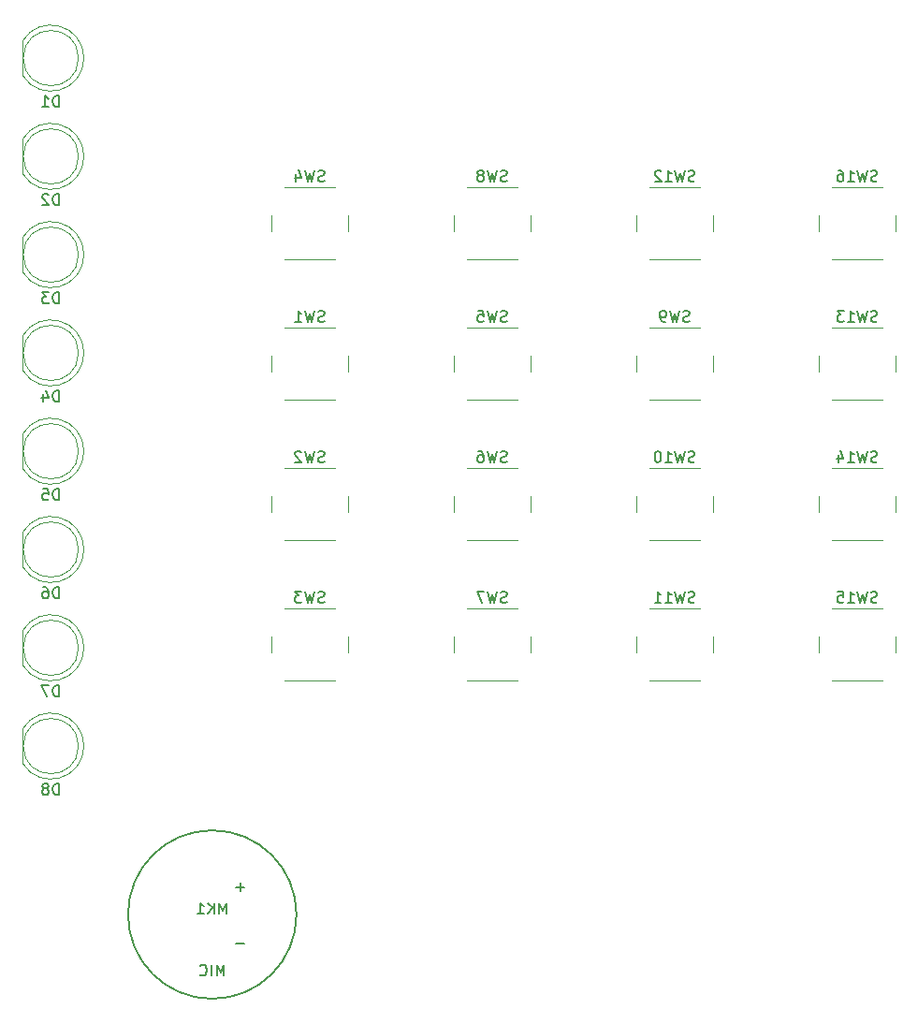
<source format=gbr>
G04 #@! TF.FileFunction,Legend,Bot*
%FSLAX46Y46*%
G04 Gerber Fmt 4.6, Leading zero omitted, Abs format (unit mm)*
G04 Created by KiCad (PCBNEW 4.0.7) date 09/25/21 21:54:00*
%MOMM*%
%LPD*%
G01*
G04 APERTURE LIST*
%ADD10C,0.100000*%
%ADD11C,0.120000*%
%ADD12C,0.150000*%
G04 APERTURE END LIST*
D10*
D11*
X33470000Y-53339538D02*
G75*
G02X27920000Y-54884830I-2990000J-462D01*
G01*
X33470000Y-53340462D02*
G75*
G03X27920000Y-51795170I-2990000J462D01*
G01*
X32980000Y-53340000D02*
G75*
G03X32980000Y-53340000I-2500000J0D01*
G01*
X27920000Y-54885000D02*
X27920000Y-51795000D01*
X33470000Y-62229538D02*
G75*
G02X27920000Y-63774830I-2990000J-462D01*
G01*
X33470000Y-62230462D02*
G75*
G03X27920000Y-60685170I-2990000J462D01*
G01*
X32980000Y-62230000D02*
G75*
G03X32980000Y-62230000I-2500000J0D01*
G01*
X27920000Y-63775000D02*
X27920000Y-60685000D01*
X33470000Y-71119538D02*
G75*
G02X27920000Y-72664830I-2990000J-462D01*
G01*
X33470000Y-71120462D02*
G75*
G03X27920000Y-69575170I-2990000J462D01*
G01*
X32980000Y-71120000D02*
G75*
G03X32980000Y-71120000I-2500000J0D01*
G01*
X27920000Y-72665000D02*
X27920000Y-69575000D01*
X33470000Y-80009538D02*
G75*
G02X27920000Y-81554830I-2990000J-462D01*
G01*
X33470000Y-80010462D02*
G75*
G03X27920000Y-78465170I-2990000J462D01*
G01*
X32980000Y-80010000D02*
G75*
G03X32980000Y-80010000I-2500000J0D01*
G01*
X27920000Y-81555000D02*
X27920000Y-78465000D01*
X33470000Y-88899538D02*
G75*
G02X27920000Y-90444830I-2990000J-462D01*
G01*
X33470000Y-88900462D02*
G75*
G03X27920000Y-87355170I-2990000J462D01*
G01*
X32980000Y-88900000D02*
G75*
G03X32980000Y-88900000I-2500000J0D01*
G01*
X27920000Y-90445000D02*
X27920000Y-87355000D01*
X33470000Y-97789538D02*
G75*
G02X27920000Y-99334830I-2990000J-462D01*
G01*
X33470000Y-97790462D02*
G75*
G03X27920000Y-96245170I-2990000J462D01*
G01*
X32980000Y-97790000D02*
G75*
G03X32980000Y-97790000I-2500000J0D01*
G01*
X27920000Y-99335000D02*
X27920000Y-96245000D01*
X33470000Y-106679538D02*
G75*
G02X27920000Y-108224830I-2990000J-462D01*
G01*
X33470000Y-106680462D02*
G75*
G03X27920000Y-105135170I-2990000J462D01*
G01*
X32980000Y-106680000D02*
G75*
G03X32980000Y-106680000I-2500000J0D01*
G01*
X27920000Y-108225000D02*
X27920000Y-105135000D01*
X33470000Y-115569538D02*
G75*
G02X27920000Y-117114830I-2990000J-462D01*
G01*
X33470000Y-115570462D02*
G75*
G03X27920000Y-114025170I-2990000J462D01*
G01*
X32980000Y-115570000D02*
G75*
G03X32980000Y-115570000I-2500000J0D01*
G01*
X27920000Y-117115000D02*
X27920000Y-114025000D01*
X56150000Y-84240000D02*
X51650000Y-84240000D01*
X57400000Y-80240000D02*
X57400000Y-81740000D01*
X51650000Y-77740000D02*
X56150000Y-77740000D01*
X50400000Y-81740000D02*
X50400000Y-80240000D01*
X56150000Y-96940000D02*
X51650000Y-96940000D01*
X57400000Y-92940000D02*
X57400000Y-94440000D01*
X51650000Y-90440000D02*
X56150000Y-90440000D01*
X50400000Y-94440000D02*
X50400000Y-92940000D01*
X56150000Y-109640000D02*
X51650000Y-109640000D01*
X57400000Y-105640000D02*
X57400000Y-107140000D01*
X51650000Y-103140000D02*
X56150000Y-103140000D01*
X50400000Y-107140000D02*
X50400000Y-105640000D01*
X56150000Y-71540000D02*
X51650000Y-71540000D01*
X57400000Y-67540000D02*
X57400000Y-69040000D01*
X51650000Y-65040000D02*
X56150000Y-65040000D01*
X50400000Y-69040000D02*
X50400000Y-67540000D01*
X72660000Y-84240000D02*
X68160000Y-84240000D01*
X73910000Y-80240000D02*
X73910000Y-81740000D01*
X68160000Y-77740000D02*
X72660000Y-77740000D01*
X66910000Y-81740000D02*
X66910000Y-80240000D01*
X72660000Y-96940000D02*
X68160000Y-96940000D01*
X73910000Y-92940000D02*
X73910000Y-94440000D01*
X68160000Y-90440000D02*
X72660000Y-90440000D01*
X66910000Y-94440000D02*
X66910000Y-92940000D01*
X72660000Y-109640000D02*
X68160000Y-109640000D01*
X73910000Y-105640000D02*
X73910000Y-107140000D01*
X68160000Y-103140000D02*
X72660000Y-103140000D01*
X66910000Y-107140000D02*
X66910000Y-105640000D01*
X72660000Y-71540000D02*
X68160000Y-71540000D01*
X73910000Y-67540000D02*
X73910000Y-69040000D01*
X68160000Y-65040000D02*
X72660000Y-65040000D01*
X66910000Y-69040000D02*
X66910000Y-67540000D01*
X89170000Y-84240000D02*
X84670000Y-84240000D01*
X90420000Y-80240000D02*
X90420000Y-81740000D01*
X84670000Y-77740000D02*
X89170000Y-77740000D01*
X83420000Y-81740000D02*
X83420000Y-80240000D01*
X89170000Y-96940000D02*
X84670000Y-96940000D01*
X90420000Y-92940000D02*
X90420000Y-94440000D01*
X84670000Y-90440000D02*
X89170000Y-90440000D01*
X83420000Y-94440000D02*
X83420000Y-92940000D01*
X89170000Y-109640000D02*
X84670000Y-109640000D01*
X90420000Y-105640000D02*
X90420000Y-107140000D01*
X84670000Y-103140000D02*
X89170000Y-103140000D01*
X83420000Y-107140000D02*
X83420000Y-105640000D01*
X89170000Y-71540000D02*
X84670000Y-71540000D01*
X90420000Y-67540000D02*
X90420000Y-69040000D01*
X84670000Y-65040000D02*
X89170000Y-65040000D01*
X83420000Y-69040000D02*
X83420000Y-67540000D01*
X105680000Y-84240000D02*
X101180000Y-84240000D01*
X106930000Y-80240000D02*
X106930000Y-81740000D01*
X101180000Y-77740000D02*
X105680000Y-77740000D01*
X99930000Y-81740000D02*
X99930000Y-80240000D01*
X105680000Y-96940000D02*
X101180000Y-96940000D01*
X106930000Y-92940000D02*
X106930000Y-94440000D01*
X101180000Y-90440000D02*
X105680000Y-90440000D01*
X99930000Y-94440000D02*
X99930000Y-92940000D01*
X105680000Y-109640000D02*
X101180000Y-109640000D01*
X106930000Y-105640000D02*
X106930000Y-107140000D01*
X101180000Y-103140000D02*
X105680000Y-103140000D01*
X99930000Y-107140000D02*
X99930000Y-105640000D01*
X105680000Y-71540000D02*
X101180000Y-71540000D01*
X106930000Y-67540000D02*
X106930000Y-69040000D01*
X101180000Y-65040000D02*
X105680000Y-65040000D01*
X99930000Y-69040000D02*
X99930000Y-67540000D01*
D12*
X52705000Y-130810000D02*
G75*
G03X52705000Y-130810000I-7620000J0D01*
G01*
X31218095Y-57752381D02*
X31218095Y-56752381D01*
X30980000Y-56752381D01*
X30837142Y-56800000D01*
X30741904Y-56895238D01*
X30694285Y-56990476D01*
X30646666Y-57180952D01*
X30646666Y-57323810D01*
X30694285Y-57514286D01*
X30741904Y-57609524D01*
X30837142Y-57704762D01*
X30980000Y-57752381D01*
X31218095Y-57752381D01*
X29694285Y-57752381D02*
X30265714Y-57752381D01*
X29980000Y-57752381D02*
X29980000Y-56752381D01*
X30075238Y-56895238D01*
X30170476Y-56990476D01*
X30265714Y-57038095D01*
X31218095Y-66642381D02*
X31218095Y-65642381D01*
X30980000Y-65642381D01*
X30837142Y-65690000D01*
X30741904Y-65785238D01*
X30694285Y-65880476D01*
X30646666Y-66070952D01*
X30646666Y-66213810D01*
X30694285Y-66404286D01*
X30741904Y-66499524D01*
X30837142Y-66594762D01*
X30980000Y-66642381D01*
X31218095Y-66642381D01*
X30265714Y-65737619D02*
X30218095Y-65690000D01*
X30122857Y-65642381D01*
X29884761Y-65642381D01*
X29789523Y-65690000D01*
X29741904Y-65737619D01*
X29694285Y-65832857D01*
X29694285Y-65928095D01*
X29741904Y-66070952D01*
X30313333Y-66642381D01*
X29694285Y-66642381D01*
X31218095Y-75532381D02*
X31218095Y-74532381D01*
X30980000Y-74532381D01*
X30837142Y-74580000D01*
X30741904Y-74675238D01*
X30694285Y-74770476D01*
X30646666Y-74960952D01*
X30646666Y-75103810D01*
X30694285Y-75294286D01*
X30741904Y-75389524D01*
X30837142Y-75484762D01*
X30980000Y-75532381D01*
X31218095Y-75532381D01*
X30313333Y-74532381D02*
X29694285Y-74532381D01*
X30027619Y-74913333D01*
X29884761Y-74913333D01*
X29789523Y-74960952D01*
X29741904Y-75008571D01*
X29694285Y-75103810D01*
X29694285Y-75341905D01*
X29741904Y-75437143D01*
X29789523Y-75484762D01*
X29884761Y-75532381D01*
X30170476Y-75532381D01*
X30265714Y-75484762D01*
X30313333Y-75437143D01*
X31218095Y-84422381D02*
X31218095Y-83422381D01*
X30980000Y-83422381D01*
X30837142Y-83470000D01*
X30741904Y-83565238D01*
X30694285Y-83660476D01*
X30646666Y-83850952D01*
X30646666Y-83993810D01*
X30694285Y-84184286D01*
X30741904Y-84279524D01*
X30837142Y-84374762D01*
X30980000Y-84422381D01*
X31218095Y-84422381D01*
X29789523Y-83755714D02*
X29789523Y-84422381D01*
X30027619Y-83374762D02*
X30265714Y-84089048D01*
X29646666Y-84089048D01*
X31218095Y-93312381D02*
X31218095Y-92312381D01*
X30980000Y-92312381D01*
X30837142Y-92360000D01*
X30741904Y-92455238D01*
X30694285Y-92550476D01*
X30646666Y-92740952D01*
X30646666Y-92883810D01*
X30694285Y-93074286D01*
X30741904Y-93169524D01*
X30837142Y-93264762D01*
X30980000Y-93312381D01*
X31218095Y-93312381D01*
X29741904Y-92312381D02*
X30218095Y-92312381D01*
X30265714Y-92788571D01*
X30218095Y-92740952D01*
X30122857Y-92693333D01*
X29884761Y-92693333D01*
X29789523Y-92740952D01*
X29741904Y-92788571D01*
X29694285Y-92883810D01*
X29694285Y-93121905D01*
X29741904Y-93217143D01*
X29789523Y-93264762D01*
X29884761Y-93312381D01*
X30122857Y-93312381D01*
X30218095Y-93264762D01*
X30265714Y-93217143D01*
X31218095Y-102202381D02*
X31218095Y-101202381D01*
X30980000Y-101202381D01*
X30837142Y-101250000D01*
X30741904Y-101345238D01*
X30694285Y-101440476D01*
X30646666Y-101630952D01*
X30646666Y-101773810D01*
X30694285Y-101964286D01*
X30741904Y-102059524D01*
X30837142Y-102154762D01*
X30980000Y-102202381D01*
X31218095Y-102202381D01*
X29789523Y-101202381D02*
X29980000Y-101202381D01*
X30075238Y-101250000D01*
X30122857Y-101297619D01*
X30218095Y-101440476D01*
X30265714Y-101630952D01*
X30265714Y-102011905D01*
X30218095Y-102107143D01*
X30170476Y-102154762D01*
X30075238Y-102202381D01*
X29884761Y-102202381D01*
X29789523Y-102154762D01*
X29741904Y-102107143D01*
X29694285Y-102011905D01*
X29694285Y-101773810D01*
X29741904Y-101678571D01*
X29789523Y-101630952D01*
X29884761Y-101583333D01*
X30075238Y-101583333D01*
X30170476Y-101630952D01*
X30218095Y-101678571D01*
X30265714Y-101773810D01*
X31218095Y-111092381D02*
X31218095Y-110092381D01*
X30980000Y-110092381D01*
X30837142Y-110140000D01*
X30741904Y-110235238D01*
X30694285Y-110330476D01*
X30646666Y-110520952D01*
X30646666Y-110663810D01*
X30694285Y-110854286D01*
X30741904Y-110949524D01*
X30837142Y-111044762D01*
X30980000Y-111092381D01*
X31218095Y-111092381D01*
X30313333Y-110092381D02*
X29646666Y-110092381D01*
X30075238Y-111092381D01*
X31218095Y-119982381D02*
X31218095Y-118982381D01*
X30980000Y-118982381D01*
X30837142Y-119030000D01*
X30741904Y-119125238D01*
X30694285Y-119220476D01*
X30646666Y-119410952D01*
X30646666Y-119553810D01*
X30694285Y-119744286D01*
X30741904Y-119839524D01*
X30837142Y-119934762D01*
X30980000Y-119982381D01*
X31218095Y-119982381D01*
X30075238Y-119410952D02*
X30170476Y-119363333D01*
X30218095Y-119315714D01*
X30265714Y-119220476D01*
X30265714Y-119172857D01*
X30218095Y-119077619D01*
X30170476Y-119030000D01*
X30075238Y-118982381D01*
X29884761Y-118982381D01*
X29789523Y-119030000D01*
X29741904Y-119077619D01*
X29694285Y-119172857D01*
X29694285Y-119220476D01*
X29741904Y-119315714D01*
X29789523Y-119363333D01*
X29884761Y-119410952D01*
X30075238Y-119410952D01*
X30170476Y-119458571D01*
X30218095Y-119506190D01*
X30265714Y-119601429D01*
X30265714Y-119791905D01*
X30218095Y-119887143D01*
X30170476Y-119934762D01*
X30075238Y-119982381D01*
X29884761Y-119982381D01*
X29789523Y-119934762D01*
X29741904Y-119887143D01*
X29694285Y-119791905D01*
X29694285Y-119601429D01*
X29741904Y-119506190D01*
X29789523Y-119458571D01*
X29884761Y-119410952D01*
X55233333Y-77144762D02*
X55090476Y-77192381D01*
X54852380Y-77192381D01*
X54757142Y-77144762D01*
X54709523Y-77097143D01*
X54661904Y-77001905D01*
X54661904Y-76906667D01*
X54709523Y-76811429D01*
X54757142Y-76763810D01*
X54852380Y-76716190D01*
X55042857Y-76668571D01*
X55138095Y-76620952D01*
X55185714Y-76573333D01*
X55233333Y-76478095D01*
X55233333Y-76382857D01*
X55185714Y-76287619D01*
X55138095Y-76240000D01*
X55042857Y-76192381D01*
X54804761Y-76192381D01*
X54661904Y-76240000D01*
X54328571Y-76192381D02*
X54090476Y-77192381D01*
X53899999Y-76478095D01*
X53709523Y-77192381D01*
X53471428Y-76192381D01*
X52566666Y-77192381D02*
X53138095Y-77192381D01*
X52852381Y-77192381D02*
X52852381Y-76192381D01*
X52947619Y-76335238D01*
X53042857Y-76430476D01*
X53138095Y-76478095D01*
X55233333Y-89844762D02*
X55090476Y-89892381D01*
X54852380Y-89892381D01*
X54757142Y-89844762D01*
X54709523Y-89797143D01*
X54661904Y-89701905D01*
X54661904Y-89606667D01*
X54709523Y-89511429D01*
X54757142Y-89463810D01*
X54852380Y-89416190D01*
X55042857Y-89368571D01*
X55138095Y-89320952D01*
X55185714Y-89273333D01*
X55233333Y-89178095D01*
X55233333Y-89082857D01*
X55185714Y-88987619D01*
X55138095Y-88940000D01*
X55042857Y-88892381D01*
X54804761Y-88892381D01*
X54661904Y-88940000D01*
X54328571Y-88892381D02*
X54090476Y-89892381D01*
X53899999Y-89178095D01*
X53709523Y-89892381D01*
X53471428Y-88892381D01*
X53138095Y-88987619D02*
X53090476Y-88940000D01*
X52995238Y-88892381D01*
X52757142Y-88892381D01*
X52661904Y-88940000D01*
X52614285Y-88987619D01*
X52566666Y-89082857D01*
X52566666Y-89178095D01*
X52614285Y-89320952D01*
X53185714Y-89892381D01*
X52566666Y-89892381D01*
X55233333Y-102544762D02*
X55090476Y-102592381D01*
X54852380Y-102592381D01*
X54757142Y-102544762D01*
X54709523Y-102497143D01*
X54661904Y-102401905D01*
X54661904Y-102306667D01*
X54709523Y-102211429D01*
X54757142Y-102163810D01*
X54852380Y-102116190D01*
X55042857Y-102068571D01*
X55138095Y-102020952D01*
X55185714Y-101973333D01*
X55233333Y-101878095D01*
X55233333Y-101782857D01*
X55185714Y-101687619D01*
X55138095Y-101640000D01*
X55042857Y-101592381D01*
X54804761Y-101592381D01*
X54661904Y-101640000D01*
X54328571Y-101592381D02*
X54090476Y-102592381D01*
X53899999Y-101878095D01*
X53709523Y-102592381D01*
X53471428Y-101592381D01*
X53185714Y-101592381D02*
X52566666Y-101592381D01*
X52900000Y-101973333D01*
X52757142Y-101973333D01*
X52661904Y-102020952D01*
X52614285Y-102068571D01*
X52566666Y-102163810D01*
X52566666Y-102401905D01*
X52614285Y-102497143D01*
X52661904Y-102544762D01*
X52757142Y-102592381D01*
X53042857Y-102592381D01*
X53138095Y-102544762D01*
X53185714Y-102497143D01*
X55233333Y-64444762D02*
X55090476Y-64492381D01*
X54852380Y-64492381D01*
X54757142Y-64444762D01*
X54709523Y-64397143D01*
X54661904Y-64301905D01*
X54661904Y-64206667D01*
X54709523Y-64111429D01*
X54757142Y-64063810D01*
X54852380Y-64016190D01*
X55042857Y-63968571D01*
X55138095Y-63920952D01*
X55185714Y-63873333D01*
X55233333Y-63778095D01*
X55233333Y-63682857D01*
X55185714Y-63587619D01*
X55138095Y-63540000D01*
X55042857Y-63492381D01*
X54804761Y-63492381D01*
X54661904Y-63540000D01*
X54328571Y-63492381D02*
X54090476Y-64492381D01*
X53899999Y-63778095D01*
X53709523Y-64492381D01*
X53471428Y-63492381D01*
X52661904Y-63825714D02*
X52661904Y-64492381D01*
X52900000Y-63444762D02*
X53138095Y-64159048D01*
X52519047Y-64159048D01*
X71743333Y-77144762D02*
X71600476Y-77192381D01*
X71362380Y-77192381D01*
X71267142Y-77144762D01*
X71219523Y-77097143D01*
X71171904Y-77001905D01*
X71171904Y-76906667D01*
X71219523Y-76811429D01*
X71267142Y-76763810D01*
X71362380Y-76716190D01*
X71552857Y-76668571D01*
X71648095Y-76620952D01*
X71695714Y-76573333D01*
X71743333Y-76478095D01*
X71743333Y-76382857D01*
X71695714Y-76287619D01*
X71648095Y-76240000D01*
X71552857Y-76192381D01*
X71314761Y-76192381D01*
X71171904Y-76240000D01*
X70838571Y-76192381D02*
X70600476Y-77192381D01*
X70409999Y-76478095D01*
X70219523Y-77192381D01*
X69981428Y-76192381D01*
X69124285Y-76192381D02*
X69600476Y-76192381D01*
X69648095Y-76668571D01*
X69600476Y-76620952D01*
X69505238Y-76573333D01*
X69267142Y-76573333D01*
X69171904Y-76620952D01*
X69124285Y-76668571D01*
X69076666Y-76763810D01*
X69076666Y-77001905D01*
X69124285Y-77097143D01*
X69171904Y-77144762D01*
X69267142Y-77192381D01*
X69505238Y-77192381D01*
X69600476Y-77144762D01*
X69648095Y-77097143D01*
X71743333Y-89844762D02*
X71600476Y-89892381D01*
X71362380Y-89892381D01*
X71267142Y-89844762D01*
X71219523Y-89797143D01*
X71171904Y-89701905D01*
X71171904Y-89606667D01*
X71219523Y-89511429D01*
X71267142Y-89463810D01*
X71362380Y-89416190D01*
X71552857Y-89368571D01*
X71648095Y-89320952D01*
X71695714Y-89273333D01*
X71743333Y-89178095D01*
X71743333Y-89082857D01*
X71695714Y-88987619D01*
X71648095Y-88940000D01*
X71552857Y-88892381D01*
X71314761Y-88892381D01*
X71171904Y-88940000D01*
X70838571Y-88892381D02*
X70600476Y-89892381D01*
X70409999Y-89178095D01*
X70219523Y-89892381D01*
X69981428Y-88892381D01*
X69171904Y-88892381D02*
X69362381Y-88892381D01*
X69457619Y-88940000D01*
X69505238Y-88987619D01*
X69600476Y-89130476D01*
X69648095Y-89320952D01*
X69648095Y-89701905D01*
X69600476Y-89797143D01*
X69552857Y-89844762D01*
X69457619Y-89892381D01*
X69267142Y-89892381D01*
X69171904Y-89844762D01*
X69124285Y-89797143D01*
X69076666Y-89701905D01*
X69076666Y-89463810D01*
X69124285Y-89368571D01*
X69171904Y-89320952D01*
X69267142Y-89273333D01*
X69457619Y-89273333D01*
X69552857Y-89320952D01*
X69600476Y-89368571D01*
X69648095Y-89463810D01*
X71743333Y-102544762D02*
X71600476Y-102592381D01*
X71362380Y-102592381D01*
X71267142Y-102544762D01*
X71219523Y-102497143D01*
X71171904Y-102401905D01*
X71171904Y-102306667D01*
X71219523Y-102211429D01*
X71267142Y-102163810D01*
X71362380Y-102116190D01*
X71552857Y-102068571D01*
X71648095Y-102020952D01*
X71695714Y-101973333D01*
X71743333Y-101878095D01*
X71743333Y-101782857D01*
X71695714Y-101687619D01*
X71648095Y-101640000D01*
X71552857Y-101592381D01*
X71314761Y-101592381D01*
X71171904Y-101640000D01*
X70838571Y-101592381D02*
X70600476Y-102592381D01*
X70409999Y-101878095D01*
X70219523Y-102592381D01*
X69981428Y-101592381D01*
X69695714Y-101592381D02*
X69029047Y-101592381D01*
X69457619Y-102592381D01*
X71743333Y-64444762D02*
X71600476Y-64492381D01*
X71362380Y-64492381D01*
X71267142Y-64444762D01*
X71219523Y-64397143D01*
X71171904Y-64301905D01*
X71171904Y-64206667D01*
X71219523Y-64111429D01*
X71267142Y-64063810D01*
X71362380Y-64016190D01*
X71552857Y-63968571D01*
X71648095Y-63920952D01*
X71695714Y-63873333D01*
X71743333Y-63778095D01*
X71743333Y-63682857D01*
X71695714Y-63587619D01*
X71648095Y-63540000D01*
X71552857Y-63492381D01*
X71314761Y-63492381D01*
X71171904Y-63540000D01*
X70838571Y-63492381D02*
X70600476Y-64492381D01*
X70409999Y-63778095D01*
X70219523Y-64492381D01*
X69981428Y-63492381D01*
X69457619Y-63920952D02*
X69552857Y-63873333D01*
X69600476Y-63825714D01*
X69648095Y-63730476D01*
X69648095Y-63682857D01*
X69600476Y-63587619D01*
X69552857Y-63540000D01*
X69457619Y-63492381D01*
X69267142Y-63492381D01*
X69171904Y-63540000D01*
X69124285Y-63587619D01*
X69076666Y-63682857D01*
X69076666Y-63730476D01*
X69124285Y-63825714D01*
X69171904Y-63873333D01*
X69267142Y-63920952D01*
X69457619Y-63920952D01*
X69552857Y-63968571D01*
X69600476Y-64016190D01*
X69648095Y-64111429D01*
X69648095Y-64301905D01*
X69600476Y-64397143D01*
X69552857Y-64444762D01*
X69457619Y-64492381D01*
X69267142Y-64492381D01*
X69171904Y-64444762D01*
X69124285Y-64397143D01*
X69076666Y-64301905D01*
X69076666Y-64111429D01*
X69124285Y-64016190D01*
X69171904Y-63968571D01*
X69267142Y-63920952D01*
X88253333Y-77144762D02*
X88110476Y-77192381D01*
X87872380Y-77192381D01*
X87777142Y-77144762D01*
X87729523Y-77097143D01*
X87681904Y-77001905D01*
X87681904Y-76906667D01*
X87729523Y-76811429D01*
X87777142Y-76763810D01*
X87872380Y-76716190D01*
X88062857Y-76668571D01*
X88158095Y-76620952D01*
X88205714Y-76573333D01*
X88253333Y-76478095D01*
X88253333Y-76382857D01*
X88205714Y-76287619D01*
X88158095Y-76240000D01*
X88062857Y-76192381D01*
X87824761Y-76192381D01*
X87681904Y-76240000D01*
X87348571Y-76192381D02*
X87110476Y-77192381D01*
X86919999Y-76478095D01*
X86729523Y-77192381D01*
X86491428Y-76192381D01*
X86062857Y-77192381D02*
X85872381Y-77192381D01*
X85777142Y-77144762D01*
X85729523Y-77097143D01*
X85634285Y-76954286D01*
X85586666Y-76763810D01*
X85586666Y-76382857D01*
X85634285Y-76287619D01*
X85681904Y-76240000D01*
X85777142Y-76192381D01*
X85967619Y-76192381D01*
X86062857Y-76240000D01*
X86110476Y-76287619D01*
X86158095Y-76382857D01*
X86158095Y-76620952D01*
X86110476Y-76716190D01*
X86062857Y-76763810D01*
X85967619Y-76811429D01*
X85777142Y-76811429D01*
X85681904Y-76763810D01*
X85634285Y-76716190D01*
X85586666Y-76620952D01*
X88729524Y-89844762D02*
X88586667Y-89892381D01*
X88348571Y-89892381D01*
X88253333Y-89844762D01*
X88205714Y-89797143D01*
X88158095Y-89701905D01*
X88158095Y-89606667D01*
X88205714Y-89511429D01*
X88253333Y-89463810D01*
X88348571Y-89416190D01*
X88539048Y-89368571D01*
X88634286Y-89320952D01*
X88681905Y-89273333D01*
X88729524Y-89178095D01*
X88729524Y-89082857D01*
X88681905Y-88987619D01*
X88634286Y-88940000D01*
X88539048Y-88892381D01*
X88300952Y-88892381D01*
X88158095Y-88940000D01*
X87824762Y-88892381D02*
X87586667Y-89892381D01*
X87396190Y-89178095D01*
X87205714Y-89892381D01*
X86967619Y-88892381D01*
X86062857Y-89892381D02*
X86634286Y-89892381D01*
X86348572Y-89892381D02*
X86348572Y-88892381D01*
X86443810Y-89035238D01*
X86539048Y-89130476D01*
X86634286Y-89178095D01*
X85443810Y-88892381D02*
X85348571Y-88892381D01*
X85253333Y-88940000D01*
X85205714Y-88987619D01*
X85158095Y-89082857D01*
X85110476Y-89273333D01*
X85110476Y-89511429D01*
X85158095Y-89701905D01*
X85205714Y-89797143D01*
X85253333Y-89844762D01*
X85348571Y-89892381D01*
X85443810Y-89892381D01*
X85539048Y-89844762D01*
X85586667Y-89797143D01*
X85634286Y-89701905D01*
X85681905Y-89511429D01*
X85681905Y-89273333D01*
X85634286Y-89082857D01*
X85586667Y-88987619D01*
X85539048Y-88940000D01*
X85443810Y-88892381D01*
X88729524Y-102544762D02*
X88586667Y-102592381D01*
X88348571Y-102592381D01*
X88253333Y-102544762D01*
X88205714Y-102497143D01*
X88158095Y-102401905D01*
X88158095Y-102306667D01*
X88205714Y-102211429D01*
X88253333Y-102163810D01*
X88348571Y-102116190D01*
X88539048Y-102068571D01*
X88634286Y-102020952D01*
X88681905Y-101973333D01*
X88729524Y-101878095D01*
X88729524Y-101782857D01*
X88681905Y-101687619D01*
X88634286Y-101640000D01*
X88539048Y-101592381D01*
X88300952Y-101592381D01*
X88158095Y-101640000D01*
X87824762Y-101592381D02*
X87586667Y-102592381D01*
X87396190Y-101878095D01*
X87205714Y-102592381D01*
X86967619Y-101592381D01*
X86062857Y-102592381D02*
X86634286Y-102592381D01*
X86348572Y-102592381D02*
X86348572Y-101592381D01*
X86443810Y-101735238D01*
X86539048Y-101830476D01*
X86634286Y-101878095D01*
X85110476Y-102592381D02*
X85681905Y-102592381D01*
X85396191Y-102592381D02*
X85396191Y-101592381D01*
X85491429Y-101735238D01*
X85586667Y-101830476D01*
X85681905Y-101878095D01*
X88729524Y-64444762D02*
X88586667Y-64492381D01*
X88348571Y-64492381D01*
X88253333Y-64444762D01*
X88205714Y-64397143D01*
X88158095Y-64301905D01*
X88158095Y-64206667D01*
X88205714Y-64111429D01*
X88253333Y-64063810D01*
X88348571Y-64016190D01*
X88539048Y-63968571D01*
X88634286Y-63920952D01*
X88681905Y-63873333D01*
X88729524Y-63778095D01*
X88729524Y-63682857D01*
X88681905Y-63587619D01*
X88634286Y-63540000D01*
X88539048Y-63492381D01*
X88300952Y-63492381D01*
X88158095Y-63540000D01*
X87824762Y-63492381D02*
X87586667Y-64492381D01*
X87396190Y-63778095D01*
X87205714Y-64492381D01*
X86967619Y-63492381D01*
X86062857Y-64492381D02*
X86634286Y-64492381D01*
X86348572Y-64492381D02*
X86348572Y-63492381D01*
X86443810Y-63635238D01*
X86539048Y-63730476D01*
X86634286Y-63778095D01*
X85681905Y-63587619D02*
X85634286Y-63540000D01*
X85539048Y-63492381D01*
X85300952Y-63492381D01*
X85205714Y-63540000D01*
X85158095Y-63587619D01*
X85110476Y-63682857D01*
X85110476Y-63778095D01*
X85158095Y-63920952D01*
X85729524Y-64492381D01*
X85110476Y-64492381D01*
X105239524Y-77144762D02*
X105096667Y-77192381D01*
X104858571Y-77192381D01*
X104763333Y-77144762D01*
X104715714Y-77097143D01*
X104668095Y-77001905D01*
X104668095Y-76906667D01*
X104715714Y-76811429D01*
X104763333Y-76763810D01*
X104858571Y-76716190D01*
X105049048Y-76668571D01*
X105144286Y-76620952D01*
X105191905Y-76573333D01*
X105239524Y-76478095D01*
X105239524Y-76382857D01*
X105191905Y-76287619D01*
X105144286Y-76240000D01*
X105049048Y-76192381D01*
X104810952Y-76192381D01*
X104668095Y-76240000D01*
X104334762Y-76192381D02*
X104096667Y-77192381D01*
X103906190Y-76478095D01*
X103715714Y-77192381D01*
X103477619Y-76192381D01*
X102572857Y-77192381D02*
X103144286Y-77192381D01*
X102858572Y-77192381D02*
X102858572Y-76192381D01*
X102953810Y-76335238D01*
X103049048Y-76430476D01*
X103144286Y-76478095D01*
X102239524Y-76192381D02*
X101620476Y-76192381D01*
X101953810Y-76573333D01*
X101810952Y-76573333D01*
X101715714Y-76620952D01*
X101668095Y-76668571D01*
X101620476Y-76763810D01*
X101620476Y-77001905D01*
X101668095Y-77097143D01*
X101715714Y-77144762D01*
X101810952Y-77192381D01*
X102096667Y-77192381D01*
X102191905Y-77144762D01*
X102239524Y-77097143D01*
X105239524Y-89844762D02*
X105096667Y-89892381D01*
X104858571Y-89892381D01*
X104763333Y-89844762D01*
X104715714Y-89797143D01*
X104668095Y-89701905D01*
X104668095Y-89606667D01*
X104715714Y-89511429D01*
X104763333Y-89463810D01*
X104858571Y-89416190D01*
X105049048Y-89368571D01*
X105144286Y-89320952D01*
X105191905Y-89273333D01*
X105239524Y-89178095D01*
X105239524Y-89082857D01*
X105191905Y-88987619D01*
X105144286Y-88940000D01*
X105049048Y-88892381D01*
X104810952Y-88892381D01*
X104668095Y-88940000D01*
X104334762Y-88892381D02*
X104096667Y-89892381D01*
X103906190Y-89178095D01*
X103715714Y-89892381D01*
X103477619Y-88892381D01*
X102572857Y-89892381D02*
X103144286Y-89892381D01*
X102858572Y-89892381D02*
X102858572Y-88892381D01*
X102953810Y-89035238D01*
X103049048Y-89130476D01*
X103144286Y-89178095D01*
X101715714Y-89225714D02*
X101715714Y-89892381D01*
X101953810Y-88844762D02*
X102191905Y-89559048D01*
X101572857Y-89559048D01*
X105239524Y-102544762D02*
X105096667Y-102592381D01*
X104858571Y-102592381D01*
X104763333Y-102544762D01*
X104715714Y-102497143D01*
X104668095Y-102401905D01*
X104668095Y-102306667D01*
X104715714Y-102211429D01*
X104763333Y-102163810D01*
X104858571Y-102116190D01*
X105049048Y-102068571D01*
X105144286Y-102020952D01*
X105191905Y-101973333D01*
X105239524Y-101878095D01*
X105239524Y-101782857D01*
X105191905Y-101687619D01*
X105144286Y-101640000D01*
X105049048Y-101592381D01*
X104810952Y-101592381D01*
X104668095Y-101640000D01*
X104334762Y-101592381D02*
X104096667Y-102592381D01*
X103906190Y-101878095D01*
X103715714Y-102592381D01*
X103477619Y-101592381D01*
X102572857Y-102592381D02*
X103144286Y-102592381D01*
X102858572Y-102592381D02*
X102858572Y-101592381D01*
X102953810Y-101735238D01*
X103049048Y-101830476D01*
X103144286Y-101878095D01*
X101668095Y-101592381D02*
X102144286Y-101592381D01*
X102191905Y-102068571D01*
X102144286Y-102020952D01*
X102049048Y-101973333D01*
X101810952Y-101973333D01*
X101715714Y-102020952D01*
X101668095Y-102068571D01*
X101620476Y-102163810D01*
X101620476Y-102401905D01*
X101668095Y-102497143D01*
X101715714Y-102544762D01*
X101810952Y-102592381D01*
X102049048Y-102592381D01*
X102144286Y-102544762D01*
X102191905Y-102497143D01*
X105239524Y-64444762D02*
X105096667Y-64492381D01*
X104858571Y-64492381D01*
X104763333Y-64444762D01*
X104715714Y-64397143D01*
X104668095Y-64301905D01*
X104668095Y-64206667D01*
X104715714Y-64111429D01*
X104763333Y-64063810D01*
X104858571Y-64016190D01*
X105049048Y-63968571D01*
X105144286Y-63920952D01*
X105191905Y-63873333D01*
X105239524Y-63778095D01*
X105239524Y-63682857D01*
X105191905Y-63587619D01*
X105144286Y-63540000D01*
X105049048Y-63492381D01*
X104810952Y-63492381D01*
X104668095Y-63540000D01*
X104334762Y-63492381D02*
X104096667Y-64492381D01*
X103906190Y-63778095D01*
X103715714Y-64492381D01*
X103477619Y-63492381D01*
X102572857Y-64492381D02*
X103144286Y-64492381D01*
X102858572Y-64492381D02*
X102858572Y-63492381D01*
X102953810Y-63635238D01*
X103049048Y-63730476D01*
X103144286Y-63778095D01*
X101715714Y-63492381D02*
X101906191Y-63492381D01*
X102001429Y-63540000D01*
X102049048Y-63587619D01*
X102144286Y-63730476D01*
X102191905Y-63920952D01*
X102191905Y-64301905D01*
X102144286Y-64397143D01*
X102096667Y-64444762D01*
X102001429Y-64492381D01*
X101810952Y-64492381D01*
X101715714Y-64444762D01*
X101668095Y-64397143D01*
X101620476Y-64301905D01*
X101620476Y-64063810D01*
X101668095Y-63968571D01*
X101715714Y-63920952D01*
X101810952Y-63873333D01*
X102001429Y-63873333D01*
X102096667Y-63920952D01*
X102144286Y-63968571D01*
X102191905Y-64063810D01*
X46394524Y-130762381D02*
X46394524Y-129762381D01*
X46061190Y-130476667D01*
X45727857Y-129762381D01*
X45727857Y-130762381D01*
X45251667Y-130762381D02*
X45251667Y-129762381D01*
X44680238Y-130762381D02*
X45108810Y-130190952D01*
X44680238Y-129762381D02*
X45251667Y-130333810D01*
X43727857Y-130762381D02*
X44299286Y-130762381D01*
X44013572Y-130762381D02*
X44013572Y-129762381D01*
X44108810Y-129905238D01*
X44204048Y-130000476D01*
X44299286Y-130048095D01*
X48005952Y-128341429D02*
X47244047Y-128341429D01*
X47624999Y-128722381D02*
X47624999Y-127960476D01*
X48005952Y-133421429D02*
X47244047Y-133421429D01*
X46156428Y-136342381D02*
X46156428Y-135342381D01*
X45823094Y-136056667D01*
X45489761Y-135342381D01*
X45489761Y-136342381D01*
X45013571Y-136342381D02*
X45013571Y-135342381D01*
X43965952Y-136247143D02*
X44013571Y-136294762D01*
X44156428Y-136342381D01*
X44251666Y-136342381D01*
X44394524Y-136294762D01*
X44489762Y-136199524D01*
X44537381Y-136104286D01*
X44585000Y-135913810D01*
X44585000Y-135770952D01*
X44537381Y-135580476D01*
X44489762Y-135485238D01*
X44394524Y-135390000D01*
X44251666Y-135342381D01*
X44156428Y-135342381D01*
X44013571Y-135390000D01*
X43965952Y-135437619D01*
M02*

</source>
